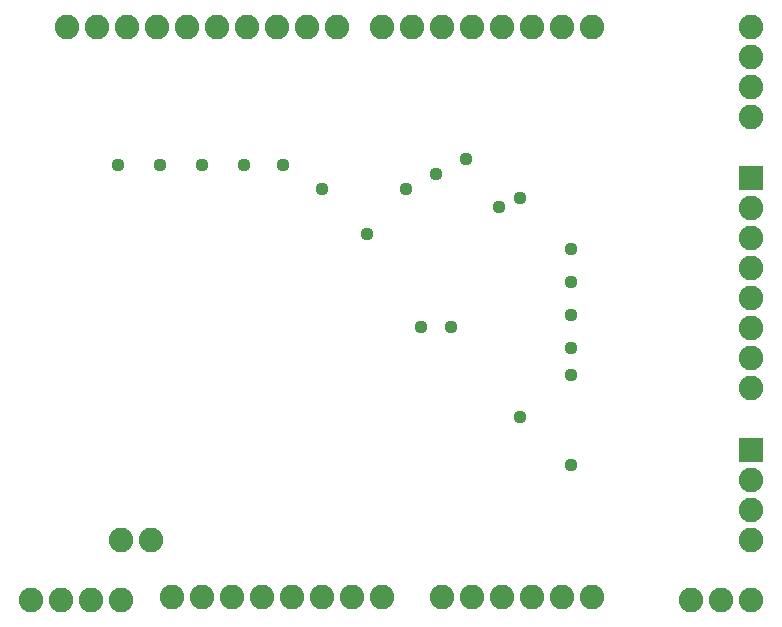
<source format=gbs>
G75*
%MOIN*%
%OFA0B0*%
%FSLAX24Y24*%
%IPPOS*%
%LPD*%
%AMOC8*
5,1,8,0,0,1.08239X$1,22.5*
%
%ADD10C,0.0820*%
%ADD11R,0.0820X0.0820*%
%ADD12C,0.0437*%
D10*
X009052Y002250D03*
X010052Y002250D03*
X011052Y002250D03*
X012052Y002250D03*
X013752Y002350D03*
X014752Y002350D03*
X015752Y002350D03*
X016752Y002350D03*
X017752Y002350D03*
X018752Y002350D03*
X019752Y002350D03*
X020752Y002350D03*
X022752Y002350D03*
X023752Y002350D03*
X024752Y002350D03*
X025752Y002350D03*
X026752Y002350D03*
X027752Y002350D03*
X031052Y002250D03*
X032052Y002250D03*
X033052Y002250D03*
X033052Y004250D03*
X033052Y005250D03*
X033052Y006250D03*
X033052Y009300D03*
X033052Y010300D03*
X033052Y011300D03*
X033052Y012300D03*
X033052Y013300D03*
X033052Y014300D03*
X033052Y015300D03*
X033052Y018350D03*
X033052Y019350D03*
X033052Y020350D03*
X033052Y021350D03*
X027752Y021350D03*
X026752Y021350D03*
X025752Y021350D03*
X024752Y021350D03*
X023752Y021350D03*
X022752Y021350D03*
X021752Y021350D03*
X020752Y021350D03*
X019252Y021350D03*
X018252Y021350D03*
X017252Y021350D03*
X016252Y021350D03*
X015252Y021350D03*
X014252Y021350D03*
X013252Y021350D03*
X012252Y021350D03*
X011252Y021350D03*
X010252Y021350D03*
X012052Y004250D03*
X013052Y004250D03*
D11*
X033052Y007250D03*
X033052Y016300D03*
D12*
X027052Y013950D03*
X027052Y012850D03*
X027052Y011750D03*
X027052Y010650D03*
X027052Y009750D03*
X025352Y008350D03*
X027052Y006750D03*
X023052Y011350D03*
X022052Y011350D03*
X020252Y014450D03*
X021552Y015950D03*
X022552Y016450D03*
X023552Y016950D03*
X025352Y015650D03*
X024652Y015350D03*
X018752Y015950D03*
X017452Y016750D03*
X016152Y016750D03*
X014752Y016750D03*
X013352Y016750D03*
X011952Y016750D03*
M02*

</source>
